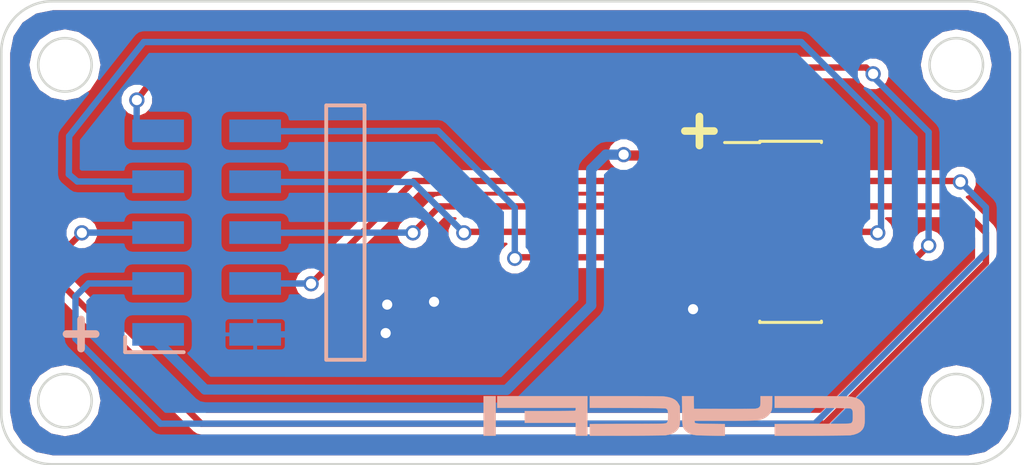
<source format=kicad_pcb>
(kicad_pcb (version 4) (host pcbnew 4.0.6)

  (general
    (links 14)
    (no_connects 0)
    (area 121.786387 52.846871 162.000001 71.146873)
    (thickness 1.6)
    (drawings 14)
    (tracks 96)
    (zones 0)
    (modules 3)
    (nets 11)
  )

  (page A4)
  (layers
    (0 F.Cu signal)
    (31 B.Cu signal)
    (32 B.Adhes user)
    (33 F.Adhes user)
    (34 B.Paste user)
    (35 F.Paste user)
    (36 B.SilkS user)
    (37 F.SilkS user)
    (38 B.Mask user)
    (39 F.Mask user)
    (40 Dwgs.User user)
    (41 Cmts.User user)
    (42 Eco1.User user)
    (43 Eco2.User user)
    (44 Edge.Cuts user)
    (45 Margin user)
    (46 B.CrtYd user)
    (47 F.CrtYd user)
    (48 B.Fab user)
    (49 F.Fab user)
  )

  (setup
    (last_trace_width 0.25)
    (user_trace_width 0.18)
    (user_trace_width 0.2)
    (user_trace_width 0.3)
    (user_trace_width 0.4)
    (trace_clearance 0.1524)
    (zone_clearance 0.3)
    (zone_45_only no)
    (trace_min 0.18)
    (segment_width 0.2)
    (edge_width 0.2)
    (via_size 0.6)
    (via_drill 0.4)
    (via_min_size 0.4)
    (via_min_drill 0.3)
    (uvia_size 0.3)
    (uvia_drill 0.1)
    (uvias_allowed no)
    (uvia_min_size 0.2)
    (uvia_min_drill 0.1)
    (pcb_text_width 0.3)
    (pcb_text_size 1.5 1.5)
    (mod_edge_width 0.15)
    (mod_text_size 1 1)
    (mod_text_width 0.15)
    (pad_size 1.524 1.524)
    (pad_drill 0.762)
    (pad_to_mask_clearance 0.2)
    (aux_axis_origin 0 0)
    (visible_elements 7FFFFF7F)
    (pcbplotparams
      (layerselection 0x00030_80000001)
      (usegerberextensions false)
      (excludeedgelayer true)
      (linewidth 0.100000)
      (plotframeref false)
      (viasonmask false)
      (mode 1)
      (useauxorigin false)
      (hpglpennumber 1)
      (hpglpenspeed 20)
      (hpglpendiameter 15)
      (hpglpenoverlay 2)
      (psnegative false)
      (psa4output false)
      (plotreference true)
      (plotvalue true)
      (plotinvisibletext false)
      (padsonsilk false)
      (subtractmaskfromsilk false)
      (outputformat 1)
      (mirror false)
      (drillshape 1)
      (scaleselection 1)
      (outputdirectory ""))
  )

  (net 0 "")
  (net 1 "Net-(J1-Pad1)")
  (net 2 "Net-(J1-Pad3)")
  (net 3 "Net-(J1-Pad4)")
  (net 4 "Net-(J1-Pad5)")
  (net 5 "Net-(J1-Pad6)")
  (net 6 "Net-(J1-Pad7)")
  (net 7 "Net-(J1-Pad8)")
  (net 8 "Net-(J1-Pad9)")
  (net 9 "Net-(J1-Pad10)")
  (net 10 GND)

  (net_class Default "This is the default net class."
    (clearance 0.1524)
    (trace_width 0.25)
    (via_dia 0.6)
    (via_drill 0.4)
    (uvia_dia 0.3)
    (uvia_drill 0.1)
    (add_net GND)
    (add_net "Net-(J1-Pad1)")
    (add_net "Net-(J1-Pad10)")
    (add_net "Net-(J1-Pad3)")
    (add_net "Net-(J1-Pad4)")
    (add_net "Net-(J1-Pad5)")
    (add_net "Net-(J1-Pad6)")
    (add_net "Net-(J1-Pad7)")
    (add_net "Net-(J1-Pad8)")
    (add_net "Net-(J1-Pad9)")
  )

  (module Cycfi_Kicad_Headers:2x5_1mm_Angled_SMD (layer B.Cu) (tedit 5AE66FE2) (tstamp 5AE66E5C)
    (at 129.9 61.99 90)
    (path /5AE2C2DE)
    (fp_text reference J2 (at 0 -5.2 90) (layer B.SilkS) hide
      (effects (font (size 1 1) (thickness 0.15)) (justify mirror))
    )
    (fp_text value CONN_02X05 (at 0 9.3 90) (layer B.Fab) hide
      (effects (font (size 1 1) (thickness 0.15)) (justify mirror))
    )
    (fp_line (start -5 6.2) (end 4.8 6.2) (layer B.SilkS) (width 0.15))
    (fp_line (start 4.8 6.2) (end 5 6.2) (layer B.SilkS) (width 0.15))
    (fp_line (start 5 6.2) (end 5 4.7) (layer B.SilkS) (width 0.15))
    (fp_line (start -5 4.7) (end -5 6.2) (layer B.SilkS) (width 0.15))
    (fp_line (start -5 4.695) (end 5 4.695) (layer B.SilkS) (width 0.15))
    (fp_line (start -4.7 -0.9) (end -4.7 -3) (layer B.SilkS) (width 0.15))
    (fp_line (start -4.7 -3) (end -4.7 -3.2) (layer B.SilkS) (width 0.15))
    (fp_line (start -4.7 -3.2) (end -4.1 -3.2) (layer B.SilkS) (width 0.15))
    (pad 1 smd rect (at -4 -1.905 90) (size 0.89 2.03) (layers B.Cu B.Paste B.Mask)
      (net 1 "Net-(J1-Pad1)"))
    (pad 2 smd rect (at -4 1.905 90) (size 0.89 2.03) (layers B.Cu B.Paste B.Mask)
      (net 10 GND))
    (pad 3 smd rect (at -2 -1.905 90) (size 0.89 2.03) (layers B.Cu B.Paste B.Mask)
      (net 3 "Net-(J1-Pad4)"))
    (pad 4 smd rect (at -2 1.905 90) (size 0.89 2.03) (layers B.Cu B.Paste B.Mask)
      (net 2 "Net-(J1-Pad3)"))
    (pad 5 smd rect (at 0 -1.905 90) (size 0.89 2.03) (layers B.Cu B.Paste B.Mask)
      (net 5 "Net-(J1-Pad6)"))
    (pad 6 smd rect (at 0 1.905 90) (size 0.89 2.03) (layers B.Cu B.Paste B.Mask)
      (net 4 "Net-(J1-Pad5)"))
    (pad 7 smd rect (at 2 -1.905 90) (size 0.89 2.03) (layers B.Cu B.Paste B.Mask)
      (net 7 "Net-(J1-Pad8)"))
    (pad 8 smd rect (at 2 1.905 90) (size 0.89 2.03) (layers B.Cu B.Paste B.Mask)
      (net 6 "Net-(J1-Pad7)"))
    (pad 9 smd rect (at 4 -1.905 90) (size 0.89 2.03) (layers B.Cu B.Paste B.Mask)
      (net 9 "Net-(J1-Pad10)"))
    (pad 10 smd rect (at 4 1.905 90) (size 0.89 2.03) (layers B.Cu B.Paste B.Mask)
      (net 8 "Net-(J1-Pad9)"))
  )

  (module Pin_Headers:Pin_Header_Straight_2x07_Pitch1.00mm_SMD (layer F.Cu) (tedit 5AC5B419) (tstamp 5AC5B29D)
    (at 152.83 61.96)
    (descr "surface-mounted straight pin header, 2x07, 1.00mm pitch, double rows")
    (tags "Surface mounted pin header SMD 2x07 1.00mm double row")
    (path /5AC58E50)
    (attr smd)
    (fp_text reference J1 (at 0 -4.56) (layer F.SilkS) hide
      (effects (font (size 1 1) (thickness 0.15)))
    )
    (fp_text value CONN_02X07 (at 0 4.56) (layer F.Fab) hide
      (effects (font (size 1 1) (thickness 0.15)))
    )
    (fp_line (start 1.15 3.5) (end -1.15 3.5) (layer F.Fab) (width 0.1))
    (fp_line (start -0.8 -3.5) (end 1.15 -3.5) (layer F.Fab) (width 0.1))
    (fp_line (start -1.15 3.5) (end -1.15 -3.15) (layer F.Fab) (width 0.1))
    (fp_line (start -1.15 -3.15) (end -0.8 -3.5) (layer F.Fab) (width 0.1))
    (fp_line (start 1.15 -3.5) (end 1.15 3.5) (layer F.Fab) (width 0.1))
    (fp_line (start -1.15 -3.15) (end -2.4 -3.15) (layer F.Fab) (width 0.1))
    (fp_line (start -2.4 -3.15) (end -2.4 -2.85) (layer F.Fab) (width 0.1))
    (fp_line (start -2.4 -2.85) (end -1.15 -2.85) (layer F.Fab) (width 0.1))
    (fp_line (start 1.15 -3.15) (end 2.4 -3.15) (layer F.Fab) (width 0.1))
    (fp_line (start 2.4 -3.15) (end 2.4 -2.85) (layer F.Fab) (width 0.1))
    (fp_line (start 2.4 -2.85) (end 1.15 -2.85) (layer F.Fab) (width 0.1))
    (fp_line (start -1.15 -2.15) (end -2.4 -2.15) (layer F.Fab) (width 0.1))
    (fp_line (start -2.4 -2.15) (end -2.4 -1.85) (layer F.Fab) (width 0.1))
    (fp_line (start -2.4 -1.85) (end -1.15 -1.85) (layer F.Fab) (width 0.1))
    (fp_line (start 1.15 -2.15) (end 2.4 -2.15) (layer F.Fab) (width 0.1))
    (fp_line (start 2.4 -2.15) (end 2.4 -1.85) (layer F.Fab) (width 0.1))
    (fp_line (start 2.4 -1.85) (end 1.15 -1.85) (layer F.Fab) (width 0.1))
    (fp_line (start -1.15 -1.15) (end -2.4 -1.15) (layer F.Fab) (width 0.1))
    (fp_line (start -2.4 -1.15) (end -2.4 -0.85) (layer F.Fab) (width 0.1))
    (fp_line (start -2.4 -0.85) (end -1.15 -0.85) (layer F.Fab) (width 0.1))
    (fp_line (start 1.15 -1.15) (end 2.4 -1.15) (layer F.Fab) (width 0.1))
    (fp_line (start 2.4 -1.15) (end 2.4 -0.85) (layer F.Fab) (width 0.1))
    (fp_line (start 2.4 -0.85) (end 1.15 -0.85) (layer F.Fab) (width 0.1))
    (fp_line (start -1.15 -0.15) (end -2.4 -0.15) (layer F.Fab) (width 0.1))
    (fp_line (start -2.4 -0.15) (end -2.4 0.15) (layer F.Fab) (width 0.1))
    (fp_line (start -2.4 0.15) (end -1.15 0.15) (layer F.Fab) (width 0.1))
    (fp_line (start 1.15 -0.15) (end 2.4 -0.15) (layer F.Fab) (width 0.1))
    (fp_line (start 2.4 -0.15) (end 2.4 0.15) (layer F.Fab) (width 0.1))
    (fp_line (start 2.4 0.15) (end 1.15 0.15) (layer F.Fab) (width 0.1))
    (fp_line (start -1.15 0.85) (end -2.4 0.85) (layer F.Fab) (width 0.1))
    (fp_line (start -2.4 0.85) (end -2.4 1.15) (layer F.Fab) (width 0.1))
    (fp_line (start -2.4 1.15) (end -1.15 1.15) (layer F.Fab) (width 0.1))
    (fp_line (start 1.15 0.85) (end 2.4 0.85) (layer F.Fab) (width 0.1))
    (fp_line (start 2.4 0.85) (end 2.4 1.15) (layer F.Fab) (width 0.1))
    (fp_line (start 2.4 1.15) (end 1.15 1.15) (layer F.Fab) (width 0.1))
    (fp_line (start -1.15 1.85) (end -2.4 1.85) (layer F.Fab) (width 0.1))
    (fp_line (start -2.4 1.85) (end -2.4 2.15) (layer F.Fab) (width 0.1))
    (fp_line (start -2.4 2.15) (end -1.15 2.15) (layer F.Fab) (width 0.1))
    (fp_line (start 1.15 1.85) (end 2.4 1.85) (layer F.Fab) (width 0.1))
    (fp_line (start 2.4 1.85) (end 2.4 2.15) (layer F.Fab) (width 0.1))
    (fp_line (start 2.4 2.15) (end 1.15 2.15) (layer F.Fab) (width 0.1))
    (fp_line (start -1.15 2.85) (end -2.4 2.85) (layer F.Fab) (width 0.1))
    (fp_line (start -2.4 2.85) (end -2.4 3.15) (layer F.Fab) (width 0.1))
    (fp_line (start -2.4 3.15) (end -1.15 3.15) (layer F.Fab) (width 0.1))
    (fp_line (start 1.15 2.85) (end 2.4 2.85) (layer F.Fab) (width 0.1))
    (fp_line (start 2.4 2.85) (end 2.4 3.15) (layer F.Fab) (width 0.1))
    (fp_line (start 2.4 3.15) (end 1.15 3.15) (layer F.Fab) (width 0.1))
    (fp_line (start -1.21 -3.56) (end 1.21 -3.56) (layer F.SilkS) (width 0.12))
    (fp_line (start -1.21 3.56) (end 1.21 3.56) (layer F.SilkS) (width 0.12))
    (fp_line (start -2.59 -3.51) (end -1.21 -3.51) (layer F.SilkS) (width 0.12))
    (fp_line (start -1.21 -3.56) (end -1.21 -3.51) (layer F.SilkS) (width 0.12))
    (fp_line (start 1.21 -3.56) (end 1.21 -3.51) (layer F.SilkS) (width 0.12))
    (fp_line (start -1.21 3.51) (end -1.21 3.56) (layer F.SilkS) (width 0.12))
    (fp_line (start 1.21 3.51) (end 1.21 3.56) (layer F.SilkS) (width 0.12))
    (fp_line (start -3.65 -4) (end -3.65 4) (layer F.CrtYd) (width 0.05))
    (fp_line (start -3.65 4) (end 3.65 4) (layer F.CrtYd) (width 0.05))
    (fp_line (start 3.65 4) (end 3.65 -4) (layer F.CrtYd) (width 0.05))
    (fp_line (start 3.65 -4) (end -3.65 -4) (layer F.CrtYd) (width 0.05))
    (fp_text user %R (at 0 0 90) (layer F.Fab) hide
      (effects (font (size 1 1) (thickness 0.15)))
    )
    (pad 1 smd rect (at -1.65 -3) (size 2 0.5) (layers F.Cu F.Paste F.Mask)
      (net 1 "Net-(J1-Pad1)"))
    (pad 2 smd rect (at 1.65 -3) (size 2 0.5) (layers F.Cu F.Paste F.Mask)
      (net 10 GND))
    (pad 3 smd rect (at -1.65 -2) (size 2 0.5) (layers F.Cu F.Paste F.Mask)
      (net 2 "Net-(J1-Pad3)"))
    (pad 4 smd rect (at 1.65 -2) (size 2 0.5) (layers F.Cu F.Paste F.Mask)
      (net 3 "Net-(J1-Pad4)"))
    (pad 5 smd rect (at -1.65 -1) (size 2 0.5) (layers F.Cu F.Paste F.Mask)
      (net 4 "Net-(J1-Pad5)"))
    (pad 6 smd rect (at 1.65 -1) (size 2 0.5) (layers F.Cu F.Paste F.Mask)
      (net 5 "Net-(J1-Pad6)"))
    (pad 7 smd rect (at -1.65 0) (size 2 0.5) (layers F.Cu F.Paste F.Mask)
      (net 6 "Net-(J1-Pad7)"))
    (pad 8 smd rect (at 1.65 0) (size 2 0.5) (layers F.Cu F.Paste F.Mask)
      (net 7 "Net-(J1-Pad8)"))
    (pad 9 smd rect (at -1.65 1) (size 2 0.5) (layers F.Cu F.Paste F.Mask)
      (net 8 "Net-(J1-Pad9)"))
    (pad 10 smd rect (at 1.65 1) (size 2 0.5) (layers F.Cu F.Paste F.Mask)
      (net 9 "Net-(J1-Pad10)"))
    (pad 11 smd rect (at -1.65 2) (size 2 0.5) (layers F.Cu F.Paste F.Mask)
      (net 10 GND))
    (pad 12 smd rect (at 1.65 2) (size 2 0.5) (layers F.Cu F.Paste F.Mask)
      (net 10 GND))
    (pad 13 smd rect (at -1.65 3) (size 2 0.5) (layers F.Cu F.Paste F.Mask)
      (net 10 GND))
    (pad 14 smd rect (at 1.65 3) (size 2 0.5) (layers F.Cu F.Paste F.Mask)
      (net 10 GND))
    (model ${KISYS3DMOD}/Pin_Headers.3dshapes/Pin_Header_Straight_2x07_Pitch1.00mm_SMD.wrl
      (at (xyz 0 0 0))
      (scale (xyz 1 1 1))
      (rotate (xyz 0 0 0))
    )
  )

  (module Symbols:Cycfi_Logo (layer B.Cu) (tedit 0) (tstamp 5AE67476)
    (at 148.25 69.18 180)
    (fp_text reference G*** (at 0 0 180) (layer B.SilkS) hide
      (effects (font (thickness 0.3)) (justify mirror))
    )
    (fp_text value LOGO (at 0.75 0 180) (layer B.SilkS) hide
      (effects (font (thickness 0.3)) (justify mirror))
    )
    (fp_poly (pts (xy -3.952875 0.762) (xy -3.952875 0.302565) (xy -5.433927 0.298126) (xy -5.684915 0.297346)
      (xy -5.906096 0.296573) (xy -6.099413 0.295768) (xy -6.266808 0.294888) (xy -6.410224 0.293893)
      (xy -6.531605 0.292741) (xy -6.632892 0.29139) (xy -6.716029 0.2898) (xy -6.782959 0.287929)
      (xy -6.835624 0.285736) (xy -6.875968 0.283179) (xy -6.905932 0.280217) (xy -6.927461 0.276808)
      (xy -6.942495 0.272913) (xy -6.95298 0.268488) (xy -6.957675 0.265706) (xy -6.984442 0.243463)
      (xy -7.003189 0.213956) (xy -7.015233 0.171646) (xy -7.021895 0.11099) (xy -7.024492 0.026448)
      (xy -7.024688 -0.015875) (xy -7.023363 -0.111673) (xy -7.018507 -0.181341) (xy -7.008803 -0.230417)
      (xy -6.992931 -0.264444) (xy -6.969573 -0.288963) (xy -6.957678 -0.297455) (xy -6.948918 -0.302201)
      (xy -6.936709 -0.306395) (xy -6.919109 -0.31008) (xy -6.894175 -0.313296) (xy -6.859964 -0.316085)
      (xy -6.814534 -0.31849) (xy -6.755941 -0.320551) (xy -6.682244 -0.32231) (xy -6.591499 -0.32381)
      (xy -6.481764 -0.325092) (xy -6.351095 -0.326197) (xy -6.197551 -0.327168) (xy -6.019188 -0.328045)
      (xy -5.814064 -0.328871) (xy -5.580236 -0.329688) (xy -5.43393 -0.330163) (xy -3.952875 -0.33489)
      (xy -3.952875 -0.79375) (xy -5.385594 -0.791736) (xy -5.598638 -0.791293) (xy -5.804359 -0.790587)
      (xy -6.000302 -0.789641) (xy -6.184014 -0.788481) (xy -6.353038 -0.78713) (xy -6.50492 -0.785613)
      (xy -6.637204 -0.783955) (xy -6.747436 -0.78218) (xy -6.83316 -0.780312) (xy -6.891922 -0.778375)
      (xy -6.920539 -0.776494) (xy -7.078924 -0.746141) (xy -7.210487 -0.69941) (xy -7.315766 -0.636033)
      (xy -7.395302 -0.555738) (xy -7.413705 -0.529131) (xy -7.43979 -0.483542) (xy -7.459775 -0.436162)
      (xy -7.474314 -0.382214) (xy -7.484057 -0.316925) (xy -7.489656 -0.23552) (xy -7.491763 -0.133224)
      (xy -7.491031 -0.005264) (xy -7.490454 0.032952) (xy -7.485063 0.359591) (xy -7.437156 0.453187)
      (xy -7.376607 0.54339) (xy -7.295074 0.616526) (xy -7.190575 0.673658) (xy -7.061126 0.715846)
      (xy -6.904742 0.744154) (xy -6.890167 0.745951) (xy -6.850235 0.748754) (xy -6.780315 0.75134)
      (xy -6.682169 0.75369) (xy -6.557559 0.755786) (xy -6.408247 0.75761) (xy -6.235993 0.759143)
      (xy -6.04256 0.760367) (xy -5.82971 0.761264) (xy -5.599204 0.761814) (xy -5.354261 0.762001)
      (xy -3.952875 0.762)) (layer B.SilkS) (width 0.01))
    (fp_poly (pts (xy -3.39725 0.571751) (xy -3.396942 0.490937) (xy -3.395199 0.435158) (xy -3.390795 0.397697)
      (xy -3.382503 0.371839) (xy -3.369095 0.350869) (xy -3.353594 0.332802) (xy -3.3244 0.305244)
      (xy -3.290769 0.28759) (xy -3.24237 0.275574) (xy -3.198813 0.268862) (xy -3.162382 0.266143)
      (xy -3.096502 0.263742) (xy -3.003473 0.261681) (xy -2.885595 0.259978) (xy -2.745166 0.258655)
      (xy -2.584488 0.257731) (xy -2.405859 0.257227) (xy -2.21158 0.257163) (xy -2.003949 0.257559)
      (xy -1.93675 0.25778) (xy -0.785813 0.261938) (xy -0.777069 0.762) (xy -0.315015 0.762)
      (xy -0.321307 0.202407) (xy -0.323213 0.049389) (xy -0.32527 -0.075397) (xy -0.327663 -0.175472)
      (xy -0.33058 -0.254353) (xy -0.334205 -0.315559) (xy -0.338724 -0.36261) (xy -0.344323 -0.399024)
      (xy -0.351189 -0.428321) (xy -0.355351 -0.442) (xy -0.399655 -0.530748) (xy -0.468848 -0.611329)
      (xy -0.556082 -0.67641) (xy -0.591779 -0.695195) (xy -0.639483 -0.71664) (xy -0.685119 -0.734293)
      (xy -0.732426 -0.748575) (xy -0.785142 -0.759905) (xy -0.847005 -0.7687) (xy -0.921752 -0.77538)
      (xy -1.013123 -0.780365) (xy -1.124856 -0.784072) (xy -1.260687 -0.786921) (xy -1.424357 -0.789331)
      (xy -1.432719 -0.78944) (xy -2.00025 -0.796772) (xy -2.00025 -0.335888) (xy -1.448594 -0.329996)
      (xy -1.289092 -0.328087) (xy -1.158475 -0.325846) (xy -1.053879 -0.322899) (xy -0.972441 -0.318871)
      (xy -0.911294 -0.313389) (xy -0.867575 -0.306076) (xy -0.83842 -0.296559) (xy -0.820964 -0.284464)
      (xy -0.812343 -0.269415) (xy -0.809692 -0.251038) (xy -0.809625 -0.246455) (xy -0.809625 -0.206375)
      (xy -1.988344 -0.205821) (xy -2.222933 -0.205652) (xy -2.428134 -0.205298) (xy -2.606308 -0.204635)
      (xy -2.759816 -0.203541) (xy -2.891022 -0.201892) (xy -3.002285 -0.199564) (xy -3.095968 -0.196434)
      (xy -3.174433 -0.192379) (xy -3.24004 -0.187275) (xy -3.295152 -0.181) (xy -3.34213 -0.173428)
      (xy -3.383336 -0.164438) (xy -3.421131 -0.153906) (xy -3.457877 -0.141709) (xy -3.495936 -0.127722)
      (xy -3.497956 -0.126959) (xy -3.610465 -0.069973) (xy -3.707636 0.007903) (xy -3.782835 0.100961)
      (xy -3.802021 0.134659) (xy -3.819542 0.170003) (xy -3.832261 0.201089) (xy -3.841075 0.234017)
      (xy -3.84688 0.274887) (xy -3.850575 0.329801) (xy -3.853055 0.404857) (xy -3.854995 0.494893)
      (xy -3.860302 0.762) (xy -3.39725 0.762) (xy -3.39725 0.571751)) (layer B.SilkS) (width 0.01))
    (fp_poly (pts (xy 3.302 0.762) (xy 3.302 0.302565) (xy 1.820948 0.298126) (xy 1.56996 0.297346)
      (xy 1.348779 0.296573) (xy 1.155462 0.295768) (xy 0.988067 0.294888) (xy 0.844651 0.293893)
      (xy 0.72327 0.292741) (xy 0.621983 0.29139) (xy 0.538846 0.2898) (xy 0.471916 0.287929)
      (xy 0.419251 0.285736) (xy 0.378907 0.283179) (xy 0.348943 0.280217) (xy 0.327414 0.276808)
      (xy 0.31238 0.272913) (xy 0.301895 0.268488) (xy 0.2972 0.265706) (xy 0.270351 0.243371)
      (xy 0.251589 0.213735) (xy 0.239604 0.171258) (xy 0.233087 0.110397) (xy 0.230727 0.025612)
      (xy 0.230653 -0.015875) (xy 0.232168 -0.111561) (xy 0.236967 -0.18109) (xy 0.246357 -0.229992)
      (xy 0.261644 -0.263797) (xy 0.284136 -0.288036) (xy 0.297197 -0.297455) (xy 0.305957 -0.302201)
      (xy 0.318166 -0.306395) (xy 0.335766 -0.31008) (xy 0.3607 -0.313296) (xy 0.394911 -0.316085)
      (xy 0.440341 -0.31849) (xy 0.498934 -0.320551) (xy 0.572631 -0.32231) (xy 0.663376 -0.32381)
      (xy 0.773111 -0.325092) (xy 0.90378 -0.326197) (xy 1.057324 -0.327168) (xy 1.235687 -0.328045)
      (xy 1.440811 -0.328871) (xy 1.674639 -0.329688) (xy 1.820945 -0.330163) (xy 3.302 -0.33489)
      (xy 3.302 -0.79375) (xy 1.869281 -0.791736) (xy 1.656237 -0.791293) (xy 1.450516 -0.790587)
      (xy 1.254573 -0.789641) (xy 1.070861 -0.788481) (xy 0.901837 -0.78713) (xy 0.749955 -0.785613)
      (xy 0.617671 -0.783955) (xy 0.507439 -0.78218) (xy 0.421715 -0.780312) (xy 0.362953 -0.778375)
      (xy 0.334336 -0.776494) (xy 0.175951 -0.746141) (xy 0.044388 -0.69941) (xy -0.060891 -0.636033)
      (xy -0.140427 -0.555738) (xy -0.15883 -0.529131) (xy -0.184915 -0.483542) (xy -0.2049 -0.436162)
      (xy -0.219439 -0.382214) (xy -0.229182 -0.316925) (xy -0.234781 -0.23552) (xy -0.236888 -0.133224)
      (xy -0.236156 -0.005264) (xy -0.235579 0.032952) (xy -0.230188 0.359591) (xy -0.182281 0.453187)
      (xy -0.121732 0.54339) (xy -0.040199 0.616526) (xy 0.0643 0.673658) (xy 0.193749 0.715846)
      (xy 0.350133 0.744154) (xy 0.364708 0.745951) (xy 0.40464 0.748754) (xy 0.47456 0.75134)
      (xy 0.572706 0.75369) (xy 0.697316 0.755786) (xy 0.846628 0.75761) (xy 1.018882 0.759143)
      (xy 1.212315 0.760367) (xy 1.425165 0.761264) (xy 1.655671 0.761814) (xy 1.900614 0.762001)
      (xy 3.302 0.762)) (layer B.SilkS) (width 0.01))
    (fp_poly (pts (xy 6.937375 0.301625) (xy 3.857625 0.301625) (xy 3.857625 0.248047) (xy 3.861444 0.210366)
      (xy 3.879029 0.192338) (xy 3.907234 0.184547) (xy 3.931776 0.182758) (xy 3.985128 0.181072)
      (xy 4.064347 0.179519) (xy 4.166493 0.178128) (xy 4.288625 0.176929) (xy 4.427801 0.17595)
      (xy 4.581081 0.17522) (xy 4.745524 0.174769) (xy 4.907359 0.174625) (xy 5.857875 0.174625)
      (xy 5.857875 -0.28575) (xy 3.857625 -0.28575) (xy 3.857625 -0.79375) (xy 3.39725 -0.79375)
      (xy 3.39725 0.762) (xy 6.937375 0.762) (xy 6.937375 0.301625)) (layer B.SilkS) (width 0.01))
    (fp_poly (pts (xy 7.477125 -0.79375) (xy 7.000875 -0.79375) (xy 7.000875 0.762) (xy 7.477125 0.762)
      (xy 7.477125 -0.79375)) (layer B.SilkS) (width 0.01))
  )

  (gr_text + (at 149.25 57.89) (layer F.SilkS)
    (effects (font (size 1.5 1.5) (thickness 0.3)))
  )
  (gr_circle (center 124.336388 68.596872) (end 125.386388 68.596872) (layer Edge.Cuts) (width 0.1))
  (gr_circle (center 124.336388 55.396872) (end 125.386388 55.396872) (layer Edge.Cuts) (width 0.1))
  (gr_circle (center 159.336388 68.596872) (end 160.386388 68.596872) (layer Edge.Cuts) (width 0.1))
  (gr_circle (center 159.336388 55.396872) (end 160.386388 55.396872) (layer Edge.Cuts) (width 0.1))
  (gr_text + (at 124.97 65.87) (layer B.SilkS)
    (effects (font (size 1.5 1.5) (thickness 0.3)))
  )
  (gr_line (start 161.836388 54.896872) (end 161.836388 69.096872) (layer Edge.Cuts) (width 0.1))
  (gr_arc (start 159.836388 54.896872) (end 161.836388 54.896872) (angle -90) (layer Edge.Cuts) (width 0.1))
  (gr_line (start 123.836388 52.896872) (end 159.836388 52.896872) (layer Edge.Cuts) (width 0.1))
  (gr_arc (start 123.836388 54.896872) (end 123.836388 52.896872) (angle -90) (layer Edge.Cuts) (width 0.1))
  (gr_line (start 121.836388 69.096872) (end 121.836388 54.896872) (layer Edge.Cuts) (width 0.1))
  (gr_arc (start 123.836388 69.096872) (end 121.836388 69.096872) (angle -90) (layer Edge.Cuts) (width 0.1))
  (gr_line (start 159.836388 71.096872) (end 123.836388 71.096872) (layer Edge.Cuts) (width 0.1))
  (gr_arc (start 159.836388 69.096872) (end 159.836388 71.096872) (angle -90) (layer Edge.Cuts) (width 0.1))

  (segment (start 145 59.825) (end 145 59.5) (width 0.4) (layer B.Cu) (net 1))
  (segment (start 145 59.825) (end 145 64.85) (width 0.4) (layer B.Cu) (net 1) (tstamp 5AE671BE))
  (segment (start 145 64.85) (end 141.676048 68.173952) (width 0.4) (layer B.Cu) (net 1) (tstamp 5AE671C0))
  (segment (start 141.676048 68.173952) (end 129.83842 68.15842) (width 0.4) (layer B.Cu) (net 1) (tstamp 5AE671C4))
  (segment (start 129.83842 68.15842) (end 127.7225 66.0425) (width 0.4) (layer B.Cu) (net 1) (tstamp 5AE671C8))
  (segment (start 127.7225 65.9725) (end 127.7225 66.0425) (width 0.4) (layer B.Cu) (net 1) (tstamp 5AE671CA))
  (segment (start 145.575 58.925) (end 146.275 58.925) (width 0.4) (layer B.Cu) (net 1) (tstamp 5AE6AD3C))
  (segment (start 145 59.5) (end 145.575 58.925) (width 0.4) (layer B.Cu) (net 1) (tstamp 5AE6AD3A))
  (segment (start 151.18 58.96) (end 146.31 58.96) (width 0.4) (layer F.Cu) (net 1))
  (segment (start 146.275 58.925) (end 146.225 58.975) (width 0.25) (layer B.Cu) (net 1) (tstamp 5AE671B7))
  (via (at 146.275 58.925) (size 0.6) (drill 0.4) (layers F.Cu B.Cu) (net 1))
  (segment (start 146.31 58.96) (end 146.275 58.925) (width 0.25) (layer F.Cu) (net 1) (tstamp 5AE671A6))
  (segment (start 151.18 59.96) (end 138.04 59.96) (width 0.25) (layer F.Cu) (net 2))
  (segment (start 133.99 63.99) (end 131.63 63.99) (width 0.25) (layer B.Cu) (net 2) (tstamp 5AE6ACB8))
  (segment (start 134 64) (end 133.99 63.99) (width 0.25) (layer B.Cu) (net 2) (tstamp 5AE6ACB7))
  (via (at 134 64) (size 0.6) (drill 0.4) (layers F.Cu B.Cu) (net 2))
  (segment (start 138.04 59.96) (end 134 64) (width 0.25) (layer F.Cu) (net 2) (tstamp 5AE6ACAC))
  (segment (start 154.48 59.96) (end 159.46 59.96) (width 0.25) (layer F.Cu) (net 3))
  (segment (start 125.26 63.99) (end 127.995 63.99) (width 0.25) (layer B.Cu) (net 3) (tstamp 5AE6AD78))
  (segment (start 124.75 64.5) (end 125.26 63.99) (width 0.25) (layer B.Cu) (net 3) (tstamp 5AE6AD77))
  (segment (start 124.75 66.16) (end 124.75 64.5) (width 0.25) (layer B.Cu) (net 3) (tstamp 5AE6AD74))
  (segment (start 128.09 69.5) (end 124.75 66.16) (width 0.25) (layer B.Cu) (net 3) (tstamp 5AE6AD6F))
  (segment (start 153.78 69.5) (end 128.09 69.5) (width 0.25) (layer B.Cu) (net 3) (tstamp 5AE6AD6D))
  (segment (start 160.5 62.78) (end 153.78 69.5) (width 0.25) (layer B.Cu) (net 3) (tstamp 5AE6AD67))
  (segment (start 160.5 61) (end 160.5 62.78) (width 0.25) (layer B.Cu) (net 3) (tstamp 5AE6AD65))
  (segment (start 159.5 60) (end 160.5 61) (width 0.25) (layer B.Cu) (net 3) (tstamp 5AE6AD64))
  (via (at 159.5 60) (size 0.6) (drill 0.4) (layers F.Cu B.Cu) (net 3))
  (segment (start 159.46 59.96) (end 159.5 60) (width 0.25) (layer F.Cu) (net 3) (tstamp 5AE6AD4D))
  (segment (start 151.18 60.96) (end 139.04 60.96) (width 0.25) (layer F.Cu) (net 4))
  (segment (start 137.99 61.99) (end 131.68 62) (width 0.25) (layer B.Cu) (net 4) (tstamp 5AE6ACCA))
  (segment (start 138 62) (end 137.99 61.99) (width 0.25) (layer B.Cu) (net 4) (tstamp 5AE6ACC9))
  (via (at 138 62) (size 0.6) (drill 0.4) (layers F.Cu B.Cu) (net 4))
  (segment (start 139.04 60.96) (end 138 62) (width 0.25) (layer F.Cu) (net 4) (tstamp 5AE6ACBC))
  (segment (start 154.48 60.96) (end 159.46 60.96) (width 0.25) (layer F.Cu) (net 5))
  (segment (start 125.01 61.99) (end 127.995 61.99) (width 0.25) (layer B.Cu) (net 5) (tstamp 5AE6ADAD))
  (segment (start 125 62) (end 125.01 61.99) (width 0.25) (layer B.Cu) (net 5) (tstamp 5AE6ADAC))
  (via (at 125 62) (size 0.6) (drill 0.4) (layers F.Cu B.Cu) (net 5))
  (segment (start 124.25 62.75) (end 125 62) (width 0.25) (layer F.Cu) (net 5) (tstamp 5AE6ADA5))
  (segment (start 124.25 64.06) (end 124.25 62.75) (width 0.25) (layer F.Cu) (net 5) (tstamp 5AE6AD9F))
  (segment (start 129.69 69.5) (end 124.25 64.06) (width 0.25) (layer F.Cu) (net 5) (tstamp 5AE6AD9E))
  (segment (start 154.18 69.5) (end 129.69 69.5) (width 0.25) (layer F.Cu) (net 5) (tstamp 5AE6AD99))
  (segment (start 160.5 63.18) (end 154.18 69.5) (width 0.25) (layer F.Cu) (net 5) (tstamp 5AE6AD97))
  (segment (start 160.5 62) (end 160.5 63.18) (width 0.25) (layer F.Cu) (net 5) (tstamp 5AE6AD94))
  (segment (start 159.46 60.96) (end 160.5 62) (width 0.25) (layer F.Cu) (net 5) (tstamp 5AE6AD8A))
  (segment (start 151.18 61.96) (end 140.04 61.96) (width 0.25) (layer F.Cu) (net 6))
  (segment (start 138 60) (end 131.53 60) (width 0.25) (layer B.Cu) (net 6) (tstamp 5AE6ACE5))
  (segment (start 140 62) (end 138 60) (width 0.25) (layer B.Cu) (net 6) (tstamp 5AE6ACE4))
  (via (at 140 62) (size 0.6) (drill 0.4) (layers F.Cu B.Cu) (net 6))
  (segment (start 140.04 61.96) (end 140 62) (width 0.25) (layer F.Cu) (net 6) (tstamp 5AE6ACDA))
  (segment (start 131.53 60) (end 131.52 59.99) (width 0.25) (layer B.Cu) (net 6) (tstamp 5AE6ACE7))
  (segment (start 154.48 61.96) (end 156.21 61.96) (width 0.25) (layer F.Cu) (net 7))
  (segment (start 124.82 59.98) (end 127.995 59.99) (width 0.25) (layer B.Cu) (net 7) (tstamp 5AE6ADF2))
  (segment (start 124.49 59.701563) (end 124.82 59.98) (width 0.25) (layer B.Cu) (net 7) (tstamp 5AE6ADEF))
  (segment (start 124.5 58.2) (end 124.49 59.701563) (width 0.25) (layer B.Cu) (net 7) (tstamp 5AE6ADEE))
  (segment (start 127.43 54.5) (end 124.5 58.2) (width 0.25) (layer B.Cu) (net 7) (tstamp 5AE6ADEC))
  (segment (start 153.25 54.5) (end 127.43 54.5) (width 0.25) (layer B.Cu) (net 7) (tstamp 5AE6ADE3))
  (segment (start 156.38 57.63) (end 153.25 54.5) (width 0.25) (layer B.Cu) (net 7) (tstamp 5AE6ADE1))
  (segment (start 156.38 61.87) (end 156.38 57.63) (width 0.25) (layer B.Cu) (net 7) (tstamp 5AE6ADE0))
  (segment (start 156.25 62) (end 156.38 61.87) (width 0.25) (layer B.Cu) (net 7) (tstamp 5AE6ADDF))
  (via (at 156.25 62) (size 0.6) (drill 0.4) (layers F.Cu B.Cu) (net 7))
  (segment (start 156.21 61.96) (end 156.25 62) (width 0.25) (layer F.Cu) (net 7) (tstamp 5AE6ADDB))
  (segment (start 151.18 62.96) (end 142.04 62.96) (width 0.25) (layer F.Cu) (net 8))
  (segment (start 138.99 57.99) (end 131.59 58.01) (width 0.25) (layer B.Cu) (net 8) (tstamp 5AE6ACFD))
  (segment (start 142 61) (end 138.99 57.99) (width 0.25) (layer B.Cu) (net 8) (tstamp 5AE6ACFC))
  (segment (start 142 63) (end 142 61) (width 0.25) (layer B.Cu) (net 8) (tstamp 5AE6ACFB))
  (via (at 142 63) (size 0.6) (drill 0.4) (layers F.Cu B.Cu) (net 8))
  (segment (start 142.04 62.96) (end 142 63) (width 0.25) (layer F.Cu) (net 8) (tstamp 5AE6ACF2))
  (segment (start 154.48 62.96) (end 157.79 62.96) (width 0.25) (layer F.Cu) (net 9))
  (segment (start 127.155 56.785) (end 127.15 58.06) (width 0.25) (layer B.Cu) (net 9) (tstamp 5AE6AE20))
  (segment (start 127.16 56.78) (end 127.155 56.785) (width 0.25) (layer B.Cu) (net 9) (tstamp 5AE6AE1F))
  (via (at 127.16 56.78) (size 0.6) (drill 0.4) (layers F.Cu B.Cu) (net 9))
  (segment (start 128.12 55.52) (end 127.16 56.78) (width 0.25) (layer F.Cu) (net 9) (tstamp 5AE6AE1B))
  (segment (start 155.79 55.5) (end 128.12 55.52) (width 0.25) (layer F.Cu) (net 9) (tstamp 5AE6AE1A))
  (segment (start 156.07 55.75) (end 155.79 55.5) (width 0.25) (layer F.Cu) (net 9) (tstamp 5AE6AE19))
  (via (at 156.07 55.75) (size 0.6) (drill 0.4) (layers F.Cu B.Cu) (net 9))
  (segment (start 155.96 55.75) (end 156.07 55.75) (width 0.25) (layer B.Cu) (net 9) (tstamp 5AE6AE16))
  (segment (start 158.25 58.04) (end 155.96 55.75) (width 0.25) (layer B.Cu) (net 9) (tstamp 5AE6AE0E))
  (segment (start 158.25 59) (end 158.25 58.04) (width 0.25) (layer B.Cu) (net 9) (tstamp 5AE6AE0D))
  (segment (start 158.25 62.5) (end 158.25 59) (width 0.25) (layer B.Cu) (net 9) (tstamp 5AE6AE0C))
  (via (at 158.25 62.5) (size 0.6) (drill 0.4) (layers F.Cu B.Cu) (net 9))
  (segment (start 157.79 62.96) (end 158.25 62.5) (width 0.25) (layer F.Cu) (net 9) (tstamp 5AE6AE08))
  (segment (start 131.805 65.99) (end 136.88 65.99) (width 0.25) (layer B.Cu) (net 10))
  (segment (start 138.86 64.68) (end 139.67 64.68) (width 0.25) (layer F.Cu) (net 10) (tstamp 5AF1DDC3))
  (segment (start 138.83 64.71) (end 138.86 64.68) (width 0.25) (layer F.Cu) (net 10) (tstamp 5AF1DDC2))
  (via (at 138.83 64.71) (size 0.6) (drill 0.4) (layers F.Cu B.Cu) (net 10))
  (segment (start 137.1 64.71) (end 138.83 64.71) (width 0.25) (layer B.Cu) (net 10) (tstamp 5AF1DDBF))
  (segment (start 136.99 64.82) (end 137.1 64.71) (width 0.25) (layer B.Cu) (net 10) (tstamp 5AF1DDBE))
  (via (at 136.99 64.82) (size 0.6) (drill 0.4) (layers F.Cu B.Cu) (net 10))
  (segment (start 136.99 65.88) (end 136.99 64.82) (width 0.25) (layer F.Cu) (net 10) (tstamp 5AF1DDBB))
  (segment (start 136.93 65.94) (end 136.99 65.88) (width 0.25) (layer F.Cu) (net 10) (tstamp 5AF1DDBA))
  (via (at 136.93 65.94) (size 0.6) (drill 0.4) (layers F.Cu B.Cu) (net 10))
  (segment (start 136.88 65.99) (end 136.93 65.94) (width 0.25) (layer B.Cu) (net 10) (tstamp 5AF1DDB8))
  (segment (start 151.18 64.96) (end 149.04 64.96) (width 0.25) (layer F.Cu) (net 10))
  (segment (start 149 65) (end 148 65) (width 0.25) (layer B.Cu) (net 10) (tstamp 5AE673FA))
  (via (at 149 65) (size 0.6) (drill 0.4) (layers F.Cu B.Cu) (net 10))
  (segment (start 149.04 64.96) (end 149 65) (width 0.25) (layer F.Cu) (net 10) (tstamp 5AE673F4))

  (zone (net 10) (net_name GND) (layer F.Cu) (tstamp 5AE673B7) (hatch edge 0.508)
    (connect_pads (clearance 0.3))
    (min_thickness 0.1)
    (fill yes (arc_segments 16) (thermal_gap 0.15) (thermal_bridge_width 0.15))
    (polygon
      (pts
        (xy 162 71) (xy 122 71) (xy 122 53) (xy 162 53)
      )
    )
    (filled_polygon
      (pts
        (xy 160.445683 53.425905) (xy 160.962218 53.771042) (xy 161.307355 54.287578) (xy 161.436388 54.936268) (xy 161.436388 69.057476)
        (xy 161.307355 69.706166) (xy 160.962218 70.222702) (xy 160.445683 70.567839) (xy 159.796992 70.696872) (xy 123.875784 70.696872)
        (xy 123.227094 70.567839) (xy 122.710558 70.222702) (xy 122.365421 69.706167) (xy 122.236388 69.057476) (xy 122.236388 68.596872)
        (xy 122.886388 68.596872) (xy 122.996763 69.151763) (xy 123.311083 69.622177) (xy 123.781497 69.936497) (xy 124.336388 70.046872)
        (xy 124.891279 69.936497) (xy 125.361693 69.622177) (xy 125.676013 69.151763) (xy 125.786388 68.596872) (xy 125.676013 68.041981)
        (xy 125.361693 67.571567) (xy 124.891279 67.257247) (xy 124.336388 67.146872) (xy 123.781497 67.257247) (xy 123.311083 67.571567)
        (xy 122.996763 68.041981) (xy 122.886388 68.596872) (xy 122.236388 68.596872) (xy 122.236388 62.75) (xy 123.775 62.75)
        (xy 123.775 64.06) (xy 123.811157 64.241775) (xy 123.914124 64.395876) (xy 129.354124 69.835876) (xy 129.508225 69.938843)
        (xy 129.538384 69.944842) (xy 129.69 69.975001) (xy 129.690005 69.975) (xy 154.18 69.975) (xy 154.361775 69.938843)
        (xy 154.515876 69.835876) (xy 155.75488 68.596872) (xy 157.886388 68.596872) (xy 157.996763 69.151763) (xy 158.311083 69.622177)
        (xy 158.781497 69.936497) (xy 159.336388 70.046872) (xy 159.891279 69.936497) (xy 160.361693 69.622177) (xy 160.676013 69.151763)
        (xy 160.786388 68.596872) (xy 160.676013 68.041981) (xy 160.361693 67.571567) (xy 159.891279 67.257247) (xy 159.336388 67.146872)
        (xy 158.781497 67.257247) (xy 158.311083 67.571567) (xy 157.996763 68.041981) (xy 157.886388 68.596872) (xy 155.75488 68.596872)
        (xy 160.835876 63.515876) (xy 160.880804 63.448636) (xy 160.938843 63.361775) (xy 160.951951 63.295875) (xy 160.975001 63.18)
        (xy 160.975 63.179995) (xy 160.975 62) (xy 160.938843 61.818225) (xy 160.835876 61.664124) (xy 159.795876 60.624124)
        (xy 159.75604 60.597507) (xy 159.867714 60.551364) (xy 160.050722 60.368676) (xy 160.149887 60.12986) (xy 160.150112 59.871274)
        (xy 160.051364 59.632286) (xy 159.868676 59.449278) (xy 159.62986 59.350113) (xy 159.371274 59.349888) (xy 159.132286 59.448636)
        (xy 159.095858 59.485) (xy 155.751128 59.485) (xy 155.735797 59.461175) (xy 155.618837 59.381259) (xy 155.596173 59.376669)
        (xy 155.649551 59.323291) (xy 155.68 59.249783) (xy 155.68 59.035) (xy 155.63 58.985) (xy 154.505 58.985)
        (xy 154.505 59.005) (xy 154.455 59.005) (xy 154.455 58.985) (xy 153.33 58.985) (xy 153.28 59.035)
        (xy 153.28 59.249783) (xy 153.310449 59.323291) (xy 153.362425 59.375267) (xy 153.350298 59.377549) (xy 153.231175 59.454203)
        (xy 153.151259 59.571163) (xy 153.123144 59.71) (xy 153.123144 60.21) (xy 153.147549 60.339702) (xy 153.224203 60.458825)
        (xy 153.226803 60.460602) (xy 153.151259 60.571163) (xy 153.123144 60.71) (xy 153.123144 61.21) (xy 153.147549 61.339702)
        (xy 153.224203 61.458825) (xy 153.226803 61.460602) (xy 153.151259 61.571163) (xy 153.123144 61.71) (xy 153.123144 62.21)
        (xy 153.147549 62.339702) (xy 153.224203 62.458825) (xy 153.226803 62.460602) (xy 153.151259 62.571163) (xy 153.123144 62.71)
        (xy 153.123144 63.21) (xy 153.147549 63.339702) (xy 153.224203 63.458825) (xy 153.341163 63.538741) (xy 153.363827 63.543331)
        (xy 153.310449 63.596709) (xy 153.28 63.670217) (xy 153.28 63.885) (xy 153.33 63.935) (xy 154.455 63.935)
        (xy 154.455 63.915) (xy 154.505 63.915) (xy 154.505 63.935) (xy 155.63 63.935) (xy 155.68 63.885)
        (xy 155.68 63.670217) (xy 155.649551 63.596709) (xy 155.597575 63.544733) (xy 155.609702 63.542451) (xy 155.728825 63.465797)
        (xy 155.749868 63.435) (xy 157.79 63.435) (xy 157.971775 63.398843) (xy 158.125876 63.295876) (xy 158.271733 63.150019)
        (xy 158.378726 63.150112) (xy 158.617714 63.051364) (xy 158.800722 62.868676) (xy 158.899887 62.62986) (xy 158.900112 62.371274)
        (xy 158.801364 62.132286) (xy 158.618676 61.949278) (xy 158.37986 61.850113) (xy 158.121274 61.849888) (xy 157.882286 61.948636)
        (xy 157.699278 62.131324) (xy 157.600113 62.37014) (xy 157.600019 62.478229) (xy 157.593248 62.485) (xy 156.684194 62.485)
        (xy 156.800722 62.368676) (xy 156.899887 62.12986) (xy 156.900112 61.871274) (xy 156.801364 61.632286) (xy 156.618676 61.449278)
        (xy 156.584291 61.435) (xy 159.263248 61.435) (xy 160.025 62.196752) (xy 160.025 62.983248) (xy 153.983248 69.025)
        (xy 129.886752 69.025) (xy 125.896752 65.035) (xy 149.98 65.035) (xy 149.98 65.249783) (xy 150.010449 65.323291)
        (xy 150.06671 65.379552) (xy 150.140218 65.41) (xy 151.105 65.41) (xy 151.155 65.36) (xy 151.155 64.985)
        (xy 151.205 64.985) (xy 151.205 65.36) (xy 151.255 65.41) (xy 152.219782 65.41) (xy 152.29329 65.379552)
        (xy 152.349551 65.323291) (xy 152.38 65.249783) (xy 152.38 65.035) (xy 153.28 65.035) (xy 153.28 65.249783)
        (xy 153.310449 65.323291) (xy 153.36671 65.379552) (xy 153.440218 65.41) (xy 154.405 65.41) (xy 154.455 65.36)
        (xy 154.455 64.985) (xy 154.505 64.985) (xy 154.505 65.36) (xy 154.555 65.41) (xy 155.519782 65.41)
        (xy 155.59329 65.379552) (xy 155.649551 65.323291) (xy 155.68 65.249783) (xy 155.68 65.035) (xy 155.63 64.985)
        (xy 154.505 64.985) (xy 154.455 64.985) (xy 153.33 64.985) (xy 153.28 65.035) (xy 152.38 65.035)
        (xy 152.33 64.985) (xy 151.205 64.985) (xy 151.155 64.985) (xy 150.03 64.985) (xy 149.98 65.035)
        (xy 125.896752 65.035) (xy 125.531969 64.670217) (xy 149.98 64.670217) (xy 149.98 64.885) (xy 150.03 64.935)
        (xy 151.155 64.935) (xy 151.155 64.56) (xy 151.205 64.56) (xy 151.205 64.935) (xy 152.33 64.935)
        (xy 152.38 64.885) (xy 152.38 64.670217) (xy 153.28 64.670217) (xy 153.28 64.885) (xy 153.33 64.935)
        (xy 154.455 64.935) (xy 154.455 64.56) (xy 154.505 64.56) (xy 154.505 64.935) (xy 155.63 64.935)
        (xy 155.68 64.885) (xy 155.68 64.670217) (xy 155.649551 64.596709) (xy 155.59329 64.540448) (xy 155.519782 64.51)
        (xy 154.555 64.51) (xy 154.505 64.56) (xy 154.455 64.56) (xy 154.405 64.51) (xy 153.440218 64.51)
        (xy 153.36671 64.540448) (xy 153.310449 64.596709) (xy 153.28 64.670217) (xy 152.38 64.670217) (xy 152.349551 64.596709)
        (xy 152.29329 64.540448) (xy 152.219782 64.51) (xy 151.255 64.51) (xy 151.205 64.56) (xy 151.155 64.56)
        (xy 151.105 64.51) (xy 150.140218 64.51) (xy 150.06671 64.540448) (xy 150.010449 64.596709) (xy 149.98 64.670217)
        (xy 125.531969 64.670217) (xy 124.990478 64.128726) (xy 133.349888 64.128726) (xy 133.448636 64.367714) (xy 133.631324 64.550722)
        (xy 133.87014 64.649887) (xy 134.128726 64.650112) (xy 134.367714 64.551364) (xy 134.550722 64.368676) (xy 134.649887 64.12986)
        (xy 134.649969 64.035) (xy 149.98 64.035) (xy 149.98 64.249783) (xy 150.010449 64.323291) (xy 150.06671 64.379552)
        (xy 150.140218 64.41) (xy 151.105 64.41) (xy 151.155 64.36) (xy 151.155 63.985) (xy 151.205 63.985)
        (xy 151.205 64.36) (xy 151.255 64.41) (xy 152.219782 64.41) (xy 152.29329 64.379552) (xy 152.349551 64.323291)
        (xy 152.38 64.249783) (xy 152.38 64.035) (xy 153.28 64.035) (xy 153.28 64.249783) (xy 153.310449 64.323291)
        (xy 153.36671 64.379552) (xy 153.440218 64.41) (xy 154.405 64.41) (xy 154.455 64.36) (xy 154.455 63.985)
        (xy 154.505 63.985) (xy 154.505 64.36) (xy 154.555 64.41) (xy 155.519782 64.41) (xy 155.59329 64.379552)
        (xy 155.649551 64.323291) (xy 155.68 64.249783) (xy 155.68 64.035) (xy 155.63 63.985) (xy 154.505 63.985)
        (xy 154.455 63.985) (xy 153.33 63.985) (xy 153.28 64.035) (xy 152.38 64.035) (xy 152.33 63.985)
        (xy 151.205 63.985) (xy 151.155 63.985) (xy 150.03 63.985) (xy 149.98 64.035) (xy 134.649969 64.035)
        (xy 134.649981 64.021771) (xy 138.236752 60.435) (xy 149.908872 60.435) (xy 149.924203 60.458825) (xy 149.926803 60.460602)
        (xy 149.910132 60.485) (xy 139.04 60.485) (xy 138.858225 60.521157) (xy 138.704124 60.624124) (xy 137.978267 61.349981)
        (xy 137.871274 61.349888) (xy 137.632286 61.448636) (xy 137.449278 61.631324) (xy 137.350113 61.87014) (xy 137.349888 62.128726)
        (xy 137.448636 62.367714) (xy 137.631324 62.550722) (xy 137.87014 62.649887) (xy 138.128726 62.650112) (xy 138.367714 62.551364)
        (xy 138.550722 62.368676) (xy 138.649887 62.12986) (xy 138.649981 62.021771) (xy 139.236752 61.435) (xy 139.665288 61.435)
        (xy 139.632286 61.448636) (xy 139.449278 61.631324) (xy 139.350113 61.87014) (xy 139.349888 62.128726) (xy 139.448636 62.367714)
        (xy 139.631324 62.550722) (xy 139.87014 62.649887) (xy 140.128726 62.650112) (xy 140.367714 62.551364) (xy 140.484282 62.435)
        (xy 141.665288 62.435) (xy 141.632286 62.448636) (xy 141.449278 62.631324) (xy 141.350113 62.87014) (xy 141.349888 63.128726)
        (xy 141.448636 63.367714) (xy 141.631324 63.550722) (xy 141.87014 63.649887) (xy 142.128726 63.650112) (xy 142.367714 63.551364)
        (xy 142.484282 63.435) (xy 149.908872 63.435) (xy 149.924203 63.458825) (xy 150.041163 63.538741) (xy 150.063827 63.543331)
        (xy 150.010449 63.596709) (xy 149.98 63.670217) (xy 149.98 63.885) (xy 150.03 63.935) (xy 151.155 63.935)
        (xy 151.155 63.915) (xy 151.205 63.915) (xy 151.205 63.935) (xy 152.33 63.935) (xy 152.38 63.885)
        (xy 152.38 63.670217) (xy 152.349551 63.596709) (xy 152.297575 63.544733) (xy 152.309702 63.542451) (xy 152.428825 63.465797)
        (xy 152.508741 63.348837) (xy 152.536856 63.21) (xy 152.536856 62.71) (xy 152.512451 62.580298) (xy 152.435797 62.461175)
        (xy 152.433197 62.459398) (xy 152.508741 62.348837) (xy 152.536856 62.21) (xy 152.536856 61.71) (xy 152.512451 61.580298)
        (xy 152.435797 61.461175) (xy 152.433197 61.459398) (xy 152.508741 61.348837) (xy 152.536856 61.21) (xy 152.536856 60.71)
        (xy 152.512451 60.580298) (xy 152.435797 60.461175) (xy 152.433197 60.459398) (xy 152.508741 60.348837) (xy 152.536856 60.21)
        (xy 152.536856 59.71) (xy 152.512451 59.580298) (xy 152.435797 59.461175) (xy 152.433197 59.459398) (xy 152.508741 59.348837)
        (xy 152.536856 59.21) (xy 152.536856 58.71) (xy 152.529371 58.670217) (xy 153.28 58.670217) (xy 153.28 58.885)
        (xy 153.33 58.935) (xy 154.455 58.935) (xy 154.455 58.56) (xy 154.505 58.56) (xy 154.505 58.935)
        (xy 155.63 58.935) (xy 155.68 58.885) (xy 155.68 58.670217) (xy 155.649551 58.596709) (xy 155.59329 58.540448)
        (xy 155.519782 58.51) (xy 154.555 58.51) (xy 154.505 58.56) (xy 154.455 58.56) (xy 154.405 58.51)
        (xy 153.440218 58.51) (xy 153.36671 58.540448) (xy 153.310449 58.596709) (xy 153.28 58.670217) (xy 152.529371 58.670217)
        (xy 152.512451 58.580298) (xy 152.435797 58.461175) (xy 152.318837 58.381259) (xy 152.18 58.353144) (xy 150.18 58.353144)
        (xy 150.050298 58.377549) (xy 149.999868 58.41) (xy 146.679336 58.41) (xy 146.643676 58.374278) (xy 146.40486 58.275113)
        (xy 146.146274 58.274888) (xy 145.907286 58.373636) (xy 145.724278 58.556324) (xy 145.625113 58.79514) (xy 145.624888 59.053726)
        (xy 145.723636 59.292714) (xy 145.906324 59.475722) (xy 145.928668 59.485) (xy 138.040005 59.485) (xy 138.04 59.484999)
        (xy 137.914315 59.51) (xy 137.858225 59.521157) (xy 137.704124 59.624124) (xy 133.978267 63.349981) (xy 133.871274 63.349888)
        (xy 133.632286 63.448636) (xy 133.449278 63.631324) (xy 133.350113 63.87014) (xy 133.349888 64.128726) (xy 124.990478 64.128726)
        (xy 124.725 63.863248) (xy 124.725 62.946752) (xy 125.021733 62.650019) (xy 125.128726 62.650112) (xy 125.367714 62.551364)
        (xy 125.550722 62.368676) (xy 125.649887 62.12986) (xy 125.650112 61.871274) (xy 125.551364 61.632286) (xy 125.368676 61.449278)
        (xy 125.12986 61.350113) (xy 124.871274 61.349888) (xy 124.632286 61.448636) (xy 124.449278 61.631324) (xy 124.350113 61.87014)
        (xy 124.350019 61.978229) (xy 123.914124 62.414124) (xy 123.811157 62.568225) (xy 123.775 62.75) (xy 122.236388 62.75)
        (xy 122.236388 56.908726) (xy 126.509888 56.908726) (xy 126.608636 57.147714) (xy 126.791324 57.330722) (xy 127.03014 57.429887)
        (xy 127.288726 57.430112) (xy 127.527714 57.331364) (xy 127.710722 57.148676) (xy 127.809887 56.90986) (xy 127.81006 56.710569)
        (xy 128.355385 55.99483) (xy 155.459766 55.975239) (xy 155.518636 56.117714) (xy 155.701324 56.300722) (xy 155.94014 56.399887)
        (xy 156.198726 56.400112) (xy 156.437714 56.301364) (xy 156.620722 56.118676) (xy 156.719887 55.87986) (xy 156.720112 55.621274)
        (xy 156.627391 55.396872) (xy 157.886388 55.396872) (xy 157.996763 55.951763) (xy 158.311083 56.422177) (xy 158.781497 56.736497)
        (xy 159.336388 56.846872) (xy 159.891279 56.736497) (xy 160.361693 56.422177) (xy 160.676013 55.951763) (xy 160.786388 55.396872)
        (xy 160.676013 54.841981) (xy 160.361693 54.371567) (xy 159.891279 54.057247) (xy 159.336388 53.946872) (xy 158.781497 54.057247)
        (xy 158.311083 54.371567) (xy 157.996763 54.841981) (xy 157.886388 55.396872) (xy 156.627391 55.396872) (xy 156.621364 55.382286)
        (xy 156.438676 55.199278) (xy 156.19986 55.100113) (xy 156.029826 55.099965) (xy 155.971458 55.061026) (xy 155.95827 55.058413)
        (xy 155.946684 55.051585) (xy 155.86779 55.040483) (xy 155.789656 55.025) (xy 128.119657 55.045) (xy 128.0883 55.051261)
        (xy 128.056389 55.049279) (xy 127.99822 55.069247) (xy 127.937908 55.081289) (xy 127.911335 55.099072) (xy 127.881094 55.109453)
        (xy 127.834996 55.15016) (xy 127.783881 55.184367) (xy 127.766135 55.210968) (xy 127.74217 55.23213) (xy 127.058146 56.129911)
        (xy 127.031274 56.129888) (xy 126.792286 56.228636) (xy 126.609278 56.411324) (xy 126.510113 56.65014) (xy 126.509888 56.908726)
        (xy 122.236388 56.908726) (xy 122.236388 55.396872) (xy 122.886388 55.396872) (xy 122.996763 55.951763) (xy 123.311083 56.422177)
        (xy 123.781497 56.736497) (xy 124.336388 56.846872) (xy 124.891279 56.736497) (xy 125.361693 56.422177) (xy 125.676013 55.951763)
        (xy 125.786388 55.396872) (xy 125.676013 54.841981) (xy 125.361693 54.371567) (xy 124.891279 54.057247) (xy 124.336388 53.946872)
        (xy 123.781497 54.057247) (xy 123.311083 54.371567) (xy 122.996763 54.841981) (xy 122.886388 55.396872) (xy 122.236388 55.396872)
        (xy 122.236388 54.936268) (xy 122.365421 54.287577) (xy 122.710558 53.771042) (xy 123.227094 53.425905) (xy 123.875784 53.296872)
        (xy 159.796992 53.296872)
      )
    )
  )
  (zone (net 10) (net_name GND) (layer B.Cu) (tstamp 5AE673B7) (hatch edge 0.508)
    (connect_pads (clearance 0.3))
    (min_thickness 0.1)
    (fill yes (arc_segments 16) (thermal_gap 0.15) (thermal_bridge_width 0.15))
    (polygon
      (pts
        (xy 162 71) (xy 122 71) (xy 122 53) (xy 162 53)
      )
    )
    (filled_polygon
      (pts
        (xy 160.445683 53.425905) (xy 160.962218 53.771042) (xy 161.307355 54.287578) (xy 161.436388 54.936268) (xy 161.436388 69.057476)
        (xy 161.307355 69.706166) (xy 160.962218 70.222702) (xy 160.445683 70.567839) (xy 159.796992 70.696872) (xy 123.875784 70.696872)
        (xy 123.227094 70.567839) (xy 122.710558 70.222702) (xy 122.365421 69.706167) (xy 122.236388 69.057476) (xy 122.236388 68.596872)
        (xy 122.886388 68.596872) (xy 122.996763 69.151763) (xy 123.311083 69.622177) (xy 123.781497 69.936497) (xy 124.336388 70.046872)
        (xy 124.891279 69.936497) (xy 125.361693 69.622177) (xy 125.676013 69.151763) (xy 125.786388 68.596872) (xy 125.676013 68.041981)
        (xy 125.361693 67.571567) (xy 124.891279 67.257247) (xy 124.336388 67.146872) (xy 123.781497 67.257247) (xy 123.311083 67.571567)
        (xy 122.996763 68.041981) (xy 122.886388 68.596872) (xy 122.236388 68.596872) (xy 122.236388 64.5) (xy 124.275 64.5)
        (xy 124.275 66.16) (xy 124.311157 66.341775) (xy 124.414124 66.495876) (xy 127.754124 69.835876) (xy 127.908225 69.938843)
        (xy 128.09 69.975) (xy 153.78 69.975) (xy 153.961775 69.938843) (xy 154.115876 69.835876) (xy 155.35488 68.596872)
        (xy 157.886388 68.596872) (xy 157.996763 69.151763) (xy 158.311083 69.622177) (xy 158.781497 69.936497) (xy 159.336388 70.046872)
        (xy 159.891279 69.936497) (xy 160.361693 69.622177) (xy 160.676013 69.151763) (xy 160.786388 68.596872) (xy 160.676013 68.041981)
        (xy 160.361693 67.571567) (xy 159.891279 67.257247) (xy 159.336388 67.146872) (xy 158.781497 67.257247) (xy 158.311083 67.571567)
        (xy 157.996763 68.041981) (xy 157.886388 68.596872) (xy 155.35488 68.596872) (xy 160.835876 63.115876) (xy 160.938843 62.961775)
        (xy 160.975 62.78) (xy 160.975 61.000005) (xy 160.975001 61) (xy 160.938844 60.818226) (xy 160.853698 60.690797)
        (xy 160.835876 60.664124) (xy 160.835873 60.664122) (xy 160.150019 59.978267) (xy 160.150112 59.871274) (xy 160.051364 59.632286)
        (xy 159.868676 59.449278) (xy 159.62986 59.350113) (xy 159.371274 59.349888) (xy 159.132286 59.448636) (xy 158.949278 59.631324)
        (xy 158.850113 59.87014) (xy 158.849888 60.128726) (xy 158.948636 60.367714) (xy 159.131324 60.550722) (xy 159.37014 60.649887)
        (xy 159.478229 60.649981) (xy 160.025 61.196751) (xy 160.025 62.583248) (xy 153.583248 69.025) (xy 128.286752 69.025)
        (xy 125.225 65.963248) (xy 125.225 65.545) (xy 126.623144 65.545) (xy 126.623144 66.435) (xy 126.647549 66.564702)
        (xy 126.724203 66.683825) (xy 126.841163 66.763741) (xy 126.98 66.791856) (xy 127.694038 66.791856) (xy 129.449511 68.547329)
        (xy 129.538548 68.606821) (xy 129.627277 68.666277) (xy 129.627637 68.666349) (xy 129.627944 68.666554) (xy 129.733113 68.687474)
        (xy 129.837698 68.70842) (xy 129.83842 68.708421) (xy 141.675326 68.723952) (xy 141.675688 68.72388) (xy 141.676048 68.723952)
        (xy 141.780697 68.703136) (xy 141.885857 68.682362) (xy 141.886164 68.682158) (xy 141.886524 68.682086) (xy 141.975446 68.622671)
        (xy 142.064446 68.563371) (xy 142.064651 68.563066) (xy 142.064957 68.562861) (xy 145.388909 65.238909) (xy 145.508134 65.060476)
        (xy 145.55 64.85) (xy 145.55 59.727818) (xy 145.802818 59.475) (xy 145.905603 59.475) (xy 145.906324 59.475722)
        (xy 146.14514 59.574887) (xy 146.403726 59.575112) (xy 146.642714 59.476364) (xy 146.825722 59.293676) (xy 146.924887 59.05486)
        (xy 146.925112 58.796274) (xy 146.826364 58.557286) (xy 146.643676 58.374278) (xy 146.40486 58.275113) (xy 146.146274 58.274888)
        (xy 145.907286 58.373636) (xy 145.90592 58.375) (xy 145.575005 58.375) (xy 145.575 58.374999) (xy 145.364524 58.416866)
        (xy 145.186091 58.536091) (xy 144.611091 59.111091) (xy 144.491866 59.289524) (xy 144.45 59.5) (xy 144.45 64.622182)
        (xy 141.448529 67.623653) (xy 130.066536 67.608718) (xy 129.191766 66.733948) (xy 129.258825 66.690797) (xy 129.338741 66.573837)
        (xy 129.366856 66.435) (xy 129.366856 66.065) (xy 130.59 66.065) (xy 130.59 66.474782) (xy 130.620448 66.54829)
        (xy 130.676709 66.604551) (xy 130.750217 66.635) (xy 131.73 66.635) (xy 131.78 66.585) (xy 131.78 66.015)
        (xy 131.83 66.015) (xy 131.83 66.585) (xy 131.88 66.635) (xy 132.859783 66.635) (xy 132.933291 66.604551)
        (xy 132.989552 66.54829) (xy 133.02 66.474782) (xy 133.02 66.065) (xy 132.97 66.015) (xy 131.83 66.015)
        (xy 131.78 66.015) (xy 130.64 66.015) (xy 130.59 66.065) (xy 129.366856 66.065) (xy 129.366856 65.545)
        (xy 129.359371 65.505218) (xy 130.59 65.505218) (xy 130.59 65.915) (xy 130.64 65.965) (xy 131.78 65.965)
        (xy 131.78 65.395) (xy 131.83 65.395) (xy 131.83 65.965) (xy 132.97 65.965) (xy 133.02 65.915)
        (xy 133.02 65.505218) (xy 132.989552 65.43171) (xy 132.933291 65.375449) (xy 132.859783 65.345) (xy 131.88 65.345)
        (xy 131.83 65.395) (xy 131.78 65.395) (xy 131.73 65.345) (xy 130.750217 65.345) (xy 130.676709 65.375449)
        (xy 130.620448 65.43171) (xy 130.59 65.505218) (xy 129.359371 65.505218) (xy 129.342451 65.415298) (xy 129.265797 65.296175)
        (xy 129.148837 65.216259) (xy 129.01 65.188144) (xy 126.98 65.188144) (xy 126.850298 65.212549) (xy 126.731175 65.289203)
        (xy 126.651259 65.406163) (xy 126.623144 65.545) (xy 125.225 65.545) (xy 125.225 64.696752) (xy 125.456752 64.465)
        (xy 126.628789 64.465) (xy 126.647549 64.564702) (xy 126.724203 64.683825) (xy 126.841163 64.763741) (xy 126.98 64.791856)
        (xy 129.01 64.791856) (xy 129.139702 64.767451) (xy 129.258825 64.690797) (xy 129.338741 64.573837) (xy 129.366856 64.435)
        (xy 129.366856 63.545) (xy 130.433144 63.545) (xy 130.433144 64.435) (xy 130.457549 64.564702) (xy 130.534203 64.683825)
        (xy 130.651163 64.763741) (xy 130.79 64.791856) (xy 132.82 64.791856) (xy 132.949702 64.767451) (xy 133.068825 64.690797)
        (xy 133.148741 64.573837) (xy 133.170781 64.465) (xy 133.545752 64.465) (xy 133.631324 64.550722) (xy 133.87014 64.649887)
        (xy 134.128726 64.650112) (xy 134.367714 64.551364) (xy 134.550722 64.368676) (xy 134.649887 64.12986) (xy 134.650112 63.871274)
        (xy 134.551364 63.632286) (xy 134.368676 63.449278) (xy 134.12986 63.350113) (xy 133.871274 63.349888) (xy 133.632286 63.448636)
        (xy 133.565806 63.515) (xy 133.171211 63.515) (xy 133.152451 63.415298) (xy 133.075797 63.296175) (xy 132.958837 63.216259)
        (xy 132.82 63.188144) (xy 130.79 63.188144) (xy 130.660298 63.212549) (xy 130.541175 63.289203) (xy 130.461259 63.406163)
        (xy 130.433144 63.545) (xy 129.366856 63.545) (xy 129.342451 63.415298) (xy 129.265797 63.296175) (xy 129.148837 63.216259)
        (xy 129.01 63.188144) (xy 126.98 63.188144) (xy 126.850298 63.212549) (xy 126.731175 63.289203) (xy 126.651259 63.406163)
        (xy 126.629219 63.515) (xy 125.26 63.515) (xy 125.078225 63.551157) (xy 124.958247 63.631324) (xy 124.924124 63.654124)
        (xy 124.414124 64.164124) (xy 124.311157 64.318225) (xy 124.275 64.5) (xy 122.236388 64.5) (xy 122.236388 62.128726)
        (xy 124.349888 62.128726) (xy 124.448636 62.367714) (xy 124.631324 62.550722) (xy 124.87014 62.649887) (xy 125.128726 62.650112)
        (xy 125.367714 62.551364) (xy 125.454229 62.465) (xy 126.628789 62.465) (xy 126.647549 62.564702) (xy 126.724203 62.683825)
        (xy 126.841163 62.763741) (xy 126.98 62.791856) (xy 129.01 62.791856) (xy 129.139702 62.767451) (xy 129.258825 62.690797)
        (xy 129.338741 62.573837) (xy 129.366856 62.435) (xy 129.366856 61.545) (xy 130.433144 61.545) (xy 130.433144 62.435)
        (xy 130.457549 62.564702) (xy 130.534203 62.683825) (xy 130.651163 62.763741) (xy 130.79 62.791856) (xy 132.82 62.791856)
        (xy 132.949702 62.767451) (xy 133.068825 62.690797) (xy 133.148741 62.573837) (xy 133.169234 62.47264) (xy 137.546454 62.465703)
        (xy 137.631324 62.550722) (xy 137.87014 62.649887) (xy 138.128726 62.650112) (xy 138.367714 62.551364) (xy 138.550722 62.368676)
        (xy 138.649887 62.12986) (xy 138.650112 61.871274) (xy 138.551364 61.632286) (xy 138.368676 61.449278) (xy 138.12986 61.350113)
        (xy 137.871274 61.349888) (xy 137.632286 61.448636) (xy 137.565131 61.515673) (xy 133.172648 61.522634) (xy 133.152451 61.415298)
        (xy 133.075797 61.296175) (xy 132.958837 61.216259) (xy 132.82 61.188144) (xy 130.79 61.188144) (xy 130.660298 61.212549)
        (xy 130.541175 61.289203) (xy 130.461259 61.406163) (xy 130.433144 61.545) (xy 129.366856 61.545) (xy 129.342451 61.415298)
        (xy 129.265797 61.296175) (xy 129.148837 61.216259) (xy 129.01 61.188144) (xy 126.98 61.188144) (xy 126.850298 61.212549)
        (xy 126.731175 61.289203) (xy 126.651259 61.406163) (xy 126.629219 61.515) (xy 125.434283 61.515) (xy 125.368676 61.449278)
        (xy 125.12986 61.350113) (xy 124.871274 61.349888) (xy 124.632286 61.448636) (xy 124.449278 61.631324) (xy 124.350113 61.87014)
        (xy 124.349888 62.128726) (xy 122.236388 62.128726) (xy 122.236388 55.396872) (xy 122.886388 55.396872) (xy 122.996763 55.951763)
        (xy 123.311083 56.422177) (xy 123.781497 56.736497) (xy 124.336388 56.846872) (xy 124.891279 56.736497) (xy 125.234807 56.506959)
        (xy 124.127619 57.905115) (xy 124.098373 57.962204) (xy 124.062377 58.015307) (xy 124.056471 58.043998) (xy 124.043117 58.070066)
        (xy 124.037944 58.134008) (xy 124.025011 58.196837) (xy 124.015011 59.6984) (xy 124.01914 59.719906) (xy 124.016696 59.741674)
        (xy 124.036493 59.810288) (xy 124.049956 59.880411) (xy 124.062002 59.898702) (xy 124.068074 59.919746) (xy 124.112618 59.975557)
        (xy 124.151895 60.035195) (xy 124.170025 60.047485) (xy 124.183687 60.064602) (xy 124.513687 60.343039) (xy 124.576917 60.377952)
        (xy 124.636844 60.418268) (xy 124.657491 60.422443) (xy 124.675932 60.432625) (xy 124.747709 60.440684) (xy 124.818504 60.454998)
        (xy 126.627979 60.460697) (xy 126.647549 60.564702) (xy 126.724203 60.683825) (xy 126.841163 60.763741) (xy 126.98 60.791856)
        (xy 129.01 60.791856) (xy 129.139702 60.767451) (xy 129.258825 60.690797) (xy 129.338741 60.573837) (xy 129.366856 60.435)
        (xy 129.366856 59.545) (xy 130.433144 59.545) (xy 130.433144 60.435) (xy 130.457549 60.564702) (xy 130.534203 60.683825)
        (xy 130.651163 60.763741) (xy 130.79 60.791856) (xy 132.82 60.791856) (xy 132.949702 60.767451) (xy 133.068825 60.690797)
        (xy 133.148741 60.573837) (xy 133.168756 60.475) (xy 137.803248 60.475) (xy 139.349981 62.021733) (xy 139.349888 62.128726)
        (xy 139.448636 62.367714) (xy 139.631324 62.550722) (xy 139.87014 62.649887) (xy 140.128726 62.650112) (xy 140.367714 62.551364)
        (xy 140.550722 62.368676) (xy 140.649887 62.12986) (xy 140.650112 61.871274) (xy 140.551364 61.632286) (xy 140.368676 61.449278)
        (xy 140.12986 61.350113) (xy 140.021771 61.350019) (xy 138.335876 59.664124) (xy 138.181775 59.561157) (xy 138 59.525)
        (xy 133.173093 59.525) (xy 133.152451 59.415298) (xy 133.075797 59.296175) (xy 132.958837 59.216259) (xy 132.82 59.188144)
        (xy 130.79 59.188144) (xy 130.660298 59.212549) (xy 130.541175 59.289203) (xy 130.461259 59.406163) (xy 130.433144 59.545)
        (xy 129.366856 59.545) (xy 129.342451 59.415298) (xy 129.265797 59.296175) (xy 129.148837 59.216259) (xy 129.01 59.188144)
        (xy 126.98 59.188144) (xy 126.850298 59.212549) (xy 126.731175 59.289203) (xy 126.651259 59.406163) (xy 126.63009 59.510698)
        (xy 124.994266 59.505546) (xy 124.966472 59.482095) (xy 124.9739 58.366687) (xy 126.128447 56.908726) (xy 126.509888 56.908726)
        (xy 126.608636 57.147714) (xy 126.678301 57.217501) (xy 126.677713 57.367447) (xy 126.651259 57.406163) (xy 126.623144 57.545)
        (xy 126.623144 58.435) (xy 126.647549 58.564702) (xy 126.724203 58.683825) (xy 126.841163 58.763741) (xy 126.98 58.791856)
        (xy 129.01 58.791856) (xy 129.139702 58.767451) (xy 129.258825 58.690797) (xy 129.338741 58.573837) (xy 129.366856 58.435)
        (xy 129.366856 57.545) (xy 130.433144 57.545) (xy 130.433144 58.435) (xy 130.457549 58.564702) (xy 130.534203 58.683825)
        (xy 130.651163 58.763741) (xy 130.79 58.791856) (xy 132.82 58.791856) (xy 132.949702 58.767451) (xy 133.068825 58.690797)
        (xy 133.148741 58.573837) (xy 133.167594 58.480738) (xy 138.79378 58.465532) (xy 141.525 61.196752) (xy 141.525 62.555734)
        (xy 141.449278 62.631324) (xy 141.350113 62.87014) (xy 141.349888 63.128726) (xy 141.448636 63.367714) (xy 141.631324 63.550722)
        (xy 141.87014 63.649887) (xy 142.128726 63.650112) (xy 142.367714 63.551364) (xy 142.550722 63.368676) (xy 142.649887 63.12986)
        (xy 142.650112 62.871274) (xy 142.551364 62.632286) (xy 142.475 62.555788) (xy 142.475 61.000005) (xy 142.475001 61)
        (xy 142.438843 60.818226) (xy 142.438843 60.818225) (xy 142.335876 60.664124) (xy 139.325876 57.654124) (xy 139.325333 57.653761)
        (xy 139.324967 57.653217) (xy 139.248226 57.60224) (xy 139.171775 57.551157) (xy 139.171134 57.551029) (xy 139.170588 57.550667)
        (xy 139.080276 57.532957) (xy 138.99 57.515) (xy 138.989358 57.515128) (xy 138.988716 57.515002) (xy 133.174168 57.530717)
        (xy 133.152451 57.415298) (xy 133.075797 57.296175) (xy 132.958837 57.216259) (xy 132.82 57.188144) (xy 130.79 57.188144)
        (xy 130.660298 57.212549) (xy 130.541175 57.289203) (xy 130.461259 57.406163) (xy 130.433144 57.545) (xy 129.366856 57.545)
        (xy 129.342451 57.415298) (xy 129.265797 57.296175) (xy 129.148837 57.216259) (xy 129.01 57.188144) (xy 127.671185 57.188144)
        (xy 127.710722 57.148676) (xy 127.809887 56.90986) (xy 127.810112 56.651274) (xy 127.711364 56.412286) (xy 127.528676 56.229278)
        (xy 127.28986 56.130113) (xy 127.031274 56.129888) (xy 126.792286 56.228636) (xy 126.609278 56.411324) (xy 126.510113 56.65014)
        (xy 126.509888 56.908726) (xy 126.128447 56.908726) (xy 127.65975 54.975) (xy 153.053248 54.975) (xy 155.905 57.826751)
        (xy 155.905 61.439251) (xy 155.882286 61.448636) (xy 155.699278 61.631324) (xy 155.600113 61.87014) (xy 155.599888 62.128726)
        (xy 155.698636 62.367714) (xy 155.881324 62.550722) (xy 156.12014 62.649887) (xy 156.378726 62.650112) (xy 156.617714 62.551364)
        (xy 156.800722 62.368676) (xy 156.899887 62.12986) (xy 156.900112 61.871274) (xy 156.855 61.762095) (xy 156.855 57.63)
        (xy 156.818843 57.448225) (xy 156.715876 57.294124) (xy 156.715873 57.294122) (xy 155.737491 56.31574) (xy 155.936711 56.398463)
        (xy 157.775 58.236752) (xy 157.775 62.055734) (xy 157.699278 62.131324) (xy 157.600113 62.37014) (xy 157.599888 62.628726)
        (xy 157.698636 62.867714) (xy 157.881324 63.050722) (xy 158.12014 63.149887) (xy 158.378726 63.150112) (xy 158.617714 63.051364)
        (xy 158.800722 62.868676) (xy 158.899887 62.62986) (xy 158.900112 62.371274) (xy 158.801364 62.132286) (xy 158.725 62.055788)
        (xy 158.725 58.04) (xy 158.688843 57.858225) (xy 158.585876 57.704124) (xy 156.719923 55.838171) (xy 156.720112 55.621274)
        (xy 156.627391 55.396872) (xy 157.886388 55.396872) (xy 157.996763 55.951763) (xy 158.311083 56.422177) (xy 158.781497 56.736497)
        (xy 159.336388 56.846872) (xy 159.891279 56.736497) (xy 160.361693 56.422177) (xy 160.676013 55.951763) (xy 160.786388 55.396872)
        (xy 160.676013 54.841981) (xy 160.361693 54.371567) (xy 159.891279 54.057247) (xy 159.336388 53.946872) (xy 158.781497 54.057247)
        (xy 158.311083 54.371567) (xy 157.996763 54.841981) (xy 157.886388 55.396872) (xy 156.627391 55.396872) (xy 156.621364 55.382286)
        (xy 156.438676 55.199278) (xy 156.19986 55.100113) (xy 155.941274 55.099888) (xy 155.702286 55.198636) (xy 155.519278 55.381324)
        (xy 155.420113 55.62014) (xy 155.419888 55.878726) (xy 155.503969 56.082218) (xy 153.585876 54.164124) (xy 153.431775 54.061157)
        (xy 153.25 54.025) (xy 127.43 54.025) (xy 127.402823 54.030406) (xy 127.375202 54.028171) (xy 127.312666 54.048339)
        (xy 127.248225 54.061157) (xy 127.225185 54.076552) (xy 127.198813 54.085057) (xy 127.14876 54.127618) (xy 127.094124 54.164124)
        (xy 127.078728 54.187166) (xy 127.057619 54.205115) (xy 125.676533 55.949148) (xy 125.786388 55.396872) (xy 125.676013 54.841981)
        (xy 125.361693 54.371567) (xy 124.891279 54.057247) (xy 124.336388 53.946872) (xy 123.781497 54.057247) (xy 123.311083 54.371567)
        (xy 122.996763 54.841981) (xy 122.886388 55.396872) (xy 122.236388 55.396872) (xy 122.236388 54.936268) (xy 122.365421 54.287577)
        (xy 122.710558 53.771042) (xy 123.227094 53.425905) (xy 123.875784 53.296872) (xy 159.796992 53.296872)
      )
    )
  )
)

</source>
